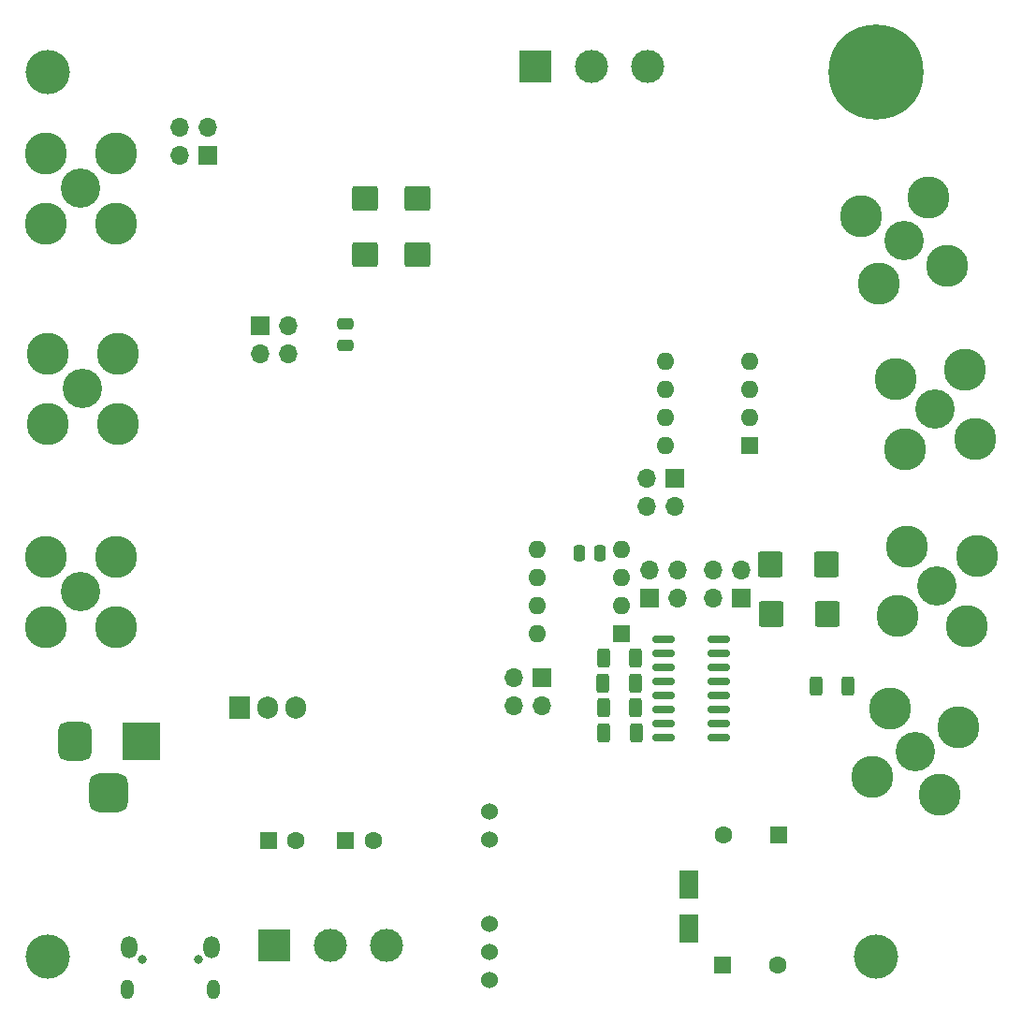
<source format=gbr>
%TF.GenerationSoftware,KiCad,Pcbnew,(6.0.0)*%
%TF.CreationDate,2022-01-15T22:09:41-05:00*%
%TF.ProjectId,Impedance_Analyzer_V2,496d7065-6461-46e6-9365-5f416e616c79,rev?*%
%TF.SameCoordinates,Original*%
%TF.FileFunction,Soldermask,Bot*%
%TF.FilePolarity,Negative*%
%FSLAX46Y46*%
G04 Gerber Fmt 4.6, Leading zero omitted, Abs format (unit mm)*
G04 Created by KiCad (PCBNEW (6.0.0)) date 2022-01-15 22:09:41*
%MOMM*%
%LPD*%
G01*
G04 APERTURE LIST*
G04 Aperture macros list*
%AMRoundRect*
0 Rectangle with rounded corners*
0 $1 Rounding radius*
0 $2 $3 $4 $5 $6 $7 $8 $9 X,Y pos of 4 corners*
0 Add a 4 corners polygon primitive as box body*
4,1,4,$2,$3,$4,$5,$6,$7,$8,$9,$2,$3,0*
0 Add four circle primitives for the rounded corners*
1,1,$1+$1,$2,$3*
1,1,$1+$1,$4,$5*
1,1,$1+$1,$6,$7*
1,1,$1+$1,$8,$9*
0 Add four rect primitives between the rounded corners*
20,1,$1+$1,$2,$3,$4,$5,0*
20,1,$1+$1,$4,$5,$6,$7,0*
20,1,$1+$1,$6,$7,$8,$9,0*
20,1,$1+$1,$8,$9,$2,$3,0*%
G04 Aperture macros list end*
%ADD10RoundRect,0.150000X-0.825000X-0.150000X0.825000X-0.150000X0.825000X0.150000X-0.825000X0.150000X0*%
%ADD11RoundRect,0.250000X0.312500X0.625000X-0.312500X0.625000X-0.312500X-0.625000X0.312500X-0.625000X0*%
%ADD12R,3.000000X3.000000*%
%ADD13C,3.000000*%
%ADD14C,3.556000*%
%ADD15C,3.810000*%
%ADD16R,1.600000X1.600000*%
%ADD17O,1.600000X1.600000*%
%ADD18C,1.600000*%
%ADD19R,3.500000X3.500000*%
%ADD20RoundRect,0.750000X-0.750000X-1.000000X0.750000X-1.000000X0.750000X1.000000X-0.750000X1.000000X0*%
%ADD21RoundRect,0.875000X-0.875000X-0.875000X0.875000X-0.875000X0.875000X0.875000X-0.875000X0.875000X0*%
%ADD22O,0.800000X0.800000*%
%ADD23O,1.150000X1.800000*%
%ADD24O,1.450000X2.000000*%
%ADD25R,1.905000X2.000000*%
%ADD26O,1.905000X2.000000*%
%ADD27C,8.600000*%
%ADD28C,4.000000*%
%ADD29C,1.524000*%
%ADD30R,1.700000X1.700000*%
%ADD31O,1.700000X1.700000*%
%ADD32RoundRect,0.250000X-0.475000X0.250000X-0.475000X-0.250000X0.475000X-0.250000X0.475000X0.250000X0*%
%ADD33RoundRect,0.250000X0.250000X0.475000X-0.250000X0.475000X-0.250000X-0.475000X0.250000X-0.475000X0*%
%ADD34RoundRect,0.250000X-0.925000X0.875000X-0.925000X-0.875000X0.925000X-0.875000X0.925000X0.875000X0*%
%ADD35RoundRect,0.250000X-0.875000X-0.925000X0.875000X-0.925000X0.875000X0.925000X-0.875000X0.925000X0*%
%ADD36R,1.800000X2.500000*%
G04 APERTURE END LIST*
D10*
%TO.C,U6*%
X130775000Y-117695000D03*
X130775000Y-116425000D03*
X130775000Y-115155000D03*
X130775000Y-113885000D03*
X130775000Y-112615000D03*
X130775000Y-111345000D03*
X130775000Y-110075000D03*
X130775000Y-108805000D03*
X135725000Y-108805000D03*
X135725000Y-110075000D03*
X135725000Y-111345000D03*
X135725000Y-112615000D03*
X135725000Y-113885000D03*
X135725000Y-115155000D03*
X135725000Y-116425000D03*
X135725000Y-117695000D03*
%TD*%
D11*
%TO.C,R26*%
X128212500Y-110500000D03*
X125287500Y-110500000D03*
%TD*%
%TO.C,R25*%
X128175000Y-112750000D03*
X125250000Y-112750000D03*
%TD*%
%TO.C,R24*%
X128212500Y-115000000D03*
X125287500Y-115000000D03*
%TD*%
%TO.C,R23*%
X128250000Y-117250000D03*
X125325000Y-117250000D03*
%TD*%
D12*
%TO.C,J17*%
X119170000Y-57000000D03*
D13*
X124250000Y-57000000D03*
X129330000Y-57000000D03*
%TD*%
D14*
%TO.C,J2*%
X78175000Y-86125000D03*
D15*
X75000000Y-82950000D03*
X81350000Y-89300000D03*
X75000000Y-89300000D03*
X81350000Y-82950000D03*
%TD*%
D14*
%TO.C,J6*%
X152500000Y-72750000D03*
D15*
X150254936Y-76638565D03*
X156388565Y-74995064D03*
X148611435Y-70504936D03*
X154745064Y-68861435D03*
%TD*%
D14*
%TO.C,J7*%
X153500000Y-119000000D03*
D15*
X151254936Y-115111435D03*
X149611435Y-121245064D03*
X155745064Y-122888565D03*
X157388565Y-116754936D03*
%TD*%
D16*
%TO.C,U3*%
X126950000Y-108300000D03*
D17*
X126950000Y-105760000D03*
X126950000Y-103220000D03*
X126950000Y-100680000D03*
X119330000Y-100680000D03*
X119330000Y-103220000D03*
X119330000Y-105760000D03*
X119330000Y-108300000D03*
%TD*%
D14*
%TO.C,J5*%
X155500000Y-104000000D03*
D15*
X159085976Y-101297773D03*
X158202227Y-107585976D03*
X151914024Y-106702227D03*
X152797773Y-100414024D03*
%TD*%
D14*
%TO.C,J4*%
X155325000Y-88000000D03*
D15*
X158027227Y-84414024D03*
X152622773Y-91585976D03*
X151739024Y-85297773D03*
X158910976Y-90702227D03*
%TD*%
D16*
%TO.C,U4*%
X138500000Y-91250000D03*
D17*
X138500000Y-88710000D03*
X138500000Y-86170000D03*
X138500000Y-83630000D03*
X130880000Y-83630000D03*
X130880000Y-86170000D03*
X130880000Y-88710000D03*
X130880000Y-91250000D03*
%TD*%
D16*
%TO.C,C4*%
X95000000Y-127000000D03*
D18*
X97500000Y-127000000D03*
%TD*%
D19*
%TO.C,J8*%
X83500000Y-118000000D03*
D20*
X77500000Y-118000000D03*
D21*
X80500000Y-122700000D03*
%TD*%
D22*
%TO.C,J9*%
X88625000Y-137750000D03*
X83625000Y-137750000D03*
D23*
X82250000Y-140500000D03*
X90000000Y-140500000D03*
D24*
X82400000Y-136700000D03*
X89850000Y-136700000D03*
%TD*%
D16*
%TO.C,C6*%
X102000000Y-127000000D03*
D18*
X104500000Y-127000000D03*
%TD*%
D25*
%TO.C,U5*%
X92420000Y-115000000D03*
D26*
X94960000Y-115000000D03*
X97500000Y-115000000D03*
%TD*%
D16*
%TO.C,C7*%
X141152651Y-126500000D03*
D18*
X136152651Y-126500000D03*
%TD*%
D16*
%TO.C,C9*%
X136097349Y-138250000D03*
D18*
X141097349Y-138250000D03*
%TD*%
D27*
%TO.C,H1*%
X150000000Y-57500000D03*
%TD*%
D28*
%TO.C,H2*%
X75000000Y-137500000D03*
%TD*%
%TO.C,H4*%
X150000000Y-137500000D03*
%TD*%
%TO.C,H3*%
X75000000Y-57500000D03*
%TD*%
D14*
%TO.C,J1*%
X78000000Y-68000000D03*
D15*
X74825000Y-64825000D03*
X81175000Y-64825000D03*
X81175000Y-71175000D03*
X74825000Y-71175000D03*
%TD*%
D12*
%TO.C,J11*%
X95500000Y-136500000D03*
D13*
X100580000Y-136500000D03*
X105660000Y-136500000D03*
%TD*%
D29*
%TO.C,Reg1*%
X115000000Y-124380000D03*
X115000000Y-126920000D03*
X115000000Y-134540000D03*
X115000000Y-137080000D03*
X115000000Y-139620000D03*
%TD*%
D30*
%TO.C,J16*%
X94225000Y-80475000D03*
D31*
X96765000Y-80475000D03*
X94225000Y-83015000D03*
X96765000Y-83015000D03*
%TD*%
D30*
%TO.C,J15*%
X89540000Y-65040000D03*
D31*
X87000000Y-65040000D03*
X89540000Y-62500000D03*
X87000000Y-62500000D03*
%TD*%
D30*
%TO.C,J13*%
X129500000Y-105040000D03*
D31*
X129500000Y-102500000D03*
X132040000Y-105040000D03*
X132040000Y-102500000D03*
%TD*%
D30*
%TO.C,J10*%
X119725000Y-112275000D03*
D31*
X119725000Y-114815000D03*
X117185000Y-112275000D03*
X117185000Y-114815000D03*
%TD*%
D14*
%TO.C,J3*%
X78000000Y-104500000D03*
D15*
X81175000Y-101325000D03*
X74825000Y-107675000D03*
X74825000Y-101325000D03*
X81175000Y-107675000D03*
%TD*%
D30*
%TO.C,J12*%
X131775000Y-94225000D03*
D31*
X131775000Y-96765000D03*
X129235000Y-94225000D03*
X129235000Y-96765000D03*
%TD*%
D30*
%TO.C,J14*%
X137775000Y-105040000D03*
D31*
X135235000Y-105040000D03*
X137775000Y-102500000D03*
X135235000Y-102500000D03*
%TD*%
D32*
%TO.C,C20*%
X102000000Y-80300000D03*
X102000000Y-82200000D03*
%TD*%
D33*
%TO.C,C21*%
X125000000Y-101000000D03*
X123100000Y-101000000D03*
%TD*%
D11*
%TO.C,R16*%
X147462500Y-113000000D03*
X144537500Y-113000000D03*
%TD*%
D34*
%TO.C,C12*%
X108500000Y-68950000D03*
X108500000Y-74050000D03*
%TD*%
%TO.C,C11*%
X103750000Y-68950000D03*
X103750000Y-74050000D03*
%TD*%
D35*
%TO.C,C13*%
X140400000Y-102000000D03*
X145500000Y-102000000D03*
%TD*%
%TO.C,C2*%
X140500000Y-106500000D03*
X145600000Y-106500000D03*
%TD*%
D36*
%TO.C,D6*%
X133000000Y-135000000D03*
X133000000Y-131000000D03*
%TD*%
M02*

</source>
